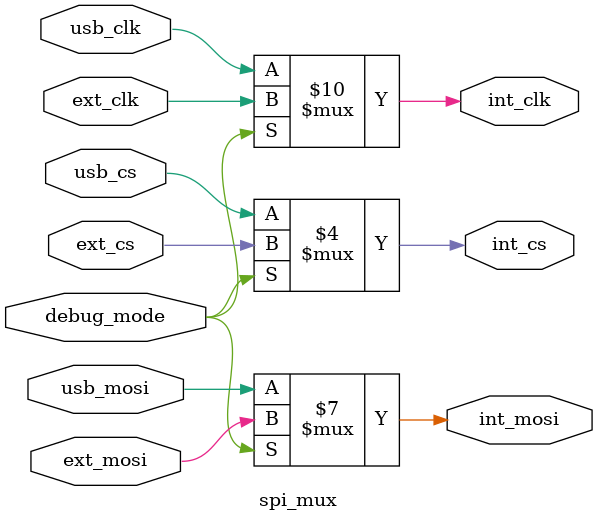
<source format=v>
module spi_mux
(
    input debug_mode,
    input ext_clk,
    input ext_mosi,
    input ext_cs,
    input usb_clk,
    input usb_mosi,
    input usb_cs,
    output reg int_clk,
    output reg int_mosi,
    output reg int_cs
);

always @(*)
begin
    if(!debug_mode)
    begin
        int_clk=usb_clk;
        int_mosi=usb_mosi;
        int_cs=usb_cs;
    end
    else
    begin
        int_clk=ext_clk;
        int_mosi=ext_mosi;
        int_cs=ext_cs;
    end
end

endmodule
</source>
